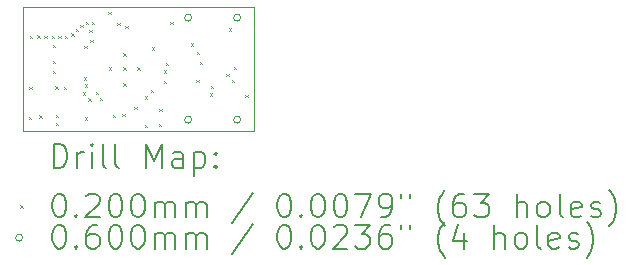
<source format=gbr>
%TF.GenerationSoftware,KiCad,Pcbnew,7.0.10*%
%TF.CreationDate,2024-07-12T16:17:27+02:00*%
%TF.ProjectId,MouthIO_v3,4d6f7574-6849-44f5-9f76-332e6b696361,rev?*%
%TF.SameCoordinates,Original*%
%TF.FileFunction,Drillmap*%
%TF.FilePolarity,Positive*%
%FSLAX45Y45*%
G04 Gerber Fmt 4.5, Leading zero omitted, Abs format (unit mm)*
G04 Created by KiCad (PCBNEW 7.0.10) date 2024-07-12 16:17:27*
%MOMM*%
%LPD*%
G01*
G04 APERTURE LIST*
%ADD10C,0.050000*%
%ADD11C,0.200000*%
%ADD12C,0.100000*%
G04 APERTURE END LIST*
D10*
X15750110Y-9975360D02*
X13792200Y-9975360D01*
X15750110Y-11025360D02*
X15750110Y-9975360D01*
X13792200Y-11025360D02*
X15750110Y-11025360D01*
X13792200Y-9975360D02*
X13792200Y-11025360D01*
D11*
D12*
X13843241Y-10906296D02*
X13863241Y-10926296D01*
X13863241Y-10906296D02*
X13843241Y-10926296D01*
X13845000Y-10652000D02*
X13865000Y-10672000D01*
X13865000Y-10652000D02*
X13845000Y-10672000D01*
X13850000Y-10220000D02*
X13870000Y-10240000D01*
X13870000Y-10220000D02*
X13850000Y-10240000D01*
X13913574Y-10219088D02*
X13933574Y-10239088D01*
X13933574Y-10219088D02*
X13913574Y-10239088D01*
X13931566Y-10896390D02*
X13951566Y-10916390D01*
X13951566Y-10896390D02*
X13931566Y-10916390D01*
X13973769Y-10221431D02*
X13993769Y-10241431D01*
X13993769Y-10221431D02*
X13973769Y-10241431D01*
X14034000Y-10220360D02*
X14054000Y-10240360D01*
X14054000Y-10220360D02*
X14034000Y-10240360D01*
X14044000Y-10299000D02*
X14064000Y-10319000D01*
X14064000Y-10299000D02*
X14044000Y-10319000D01*
X14045618Y-10518974D02*
X14065618Y-10538974D01*
X14065618Y-10518974D02*
X14045618Y-10538974D01*
X14046881Y-10436116D02*
X14066881Y-10456116D01*
X14066881Y-10436116D02*
X14046881Y-10456116D01*
X14065560Y-10650988D02*
X14085560Y-10670988D01*
X14085560Y-10650988D02*
X14065560Y-10670988D01*
X14067757Y-10960469D02*
X14087757Y-10980469D01*
X14087757Y-10960469D02*
X14067757Y-10980469D01*
X14069000Y-10890000D02*
X14089000Y-10910000D01*
X14089000Y-10890000D02*
X14069000Y-10910000D01*
X14092000Y-10220360D02*
X14112000Y-10240360D01*
X14112000Y-10220360D02*
X14092000Y-10240360D01*
X14136144Y-10651760D02*
X14156144Y-10671760D01*
X14156144Y-10651760D02*
X14136144Y-10671760D01*
X14148000Y-10220360D02*
X14168000Y-10240360D01*
X14168000Y-10220360D02*
X14148000Y-10240360D01*
X14202083Y-10201797D02*
X14222083Y-10221797D01*
X14222083Y-10201797D02*
X14202083Y-10221797D01*
X14239000Y-10166000D02*
X14259000Y-10186000D01*
X14259000Y-10166000D02*
X14239000Y-10186000D01*
X14277500Y-10127500D02*
X14297500Y-10147500D01*
X14297500Y-10127500D02*
X14277500Y-10147500D01*
X14296155Y-10700266D02*
X14316155Y-10720266D01*
X14316155Y-10700266D02*
X14296155Y-10720266D01*
X14305110Y-10575360D02*
X14325110Y-10595360D01*
X14325110Y-10575360D02*
X14305110Y-10595360D01*
X14311328Y-10309196D02*
X14331328Y-10329196D01*
X14331328Y-10309196D02*
X14311328Y-10329196D01*
X14313760Y-10912760D02*
X14333760Y-10932760D01*
X14333760Y-10912760D02*
X14313760Y-10932760D01*
X14315600Y-10632600D02*
X14335600Y-10652600D01*
X14335600Y-10632600D02*
X14315600Y-10652600D01*
X14324000Y-10102740D02*
X14344000Y-10122740D01*
X14344000Y-10102740D02*
X14324000Y-10122740D01*
X14344580Y-10751475D02*
X14364580Y-10771475D01*
X14364580Y-10751475D02*
X14344580Y-10771475D01*
X14354870Y-10173220D02*
X14374870Y-10193220D01*
X14374870Y-10173220D02*
X14354870Y-10193220D01*
X14360803Y-10259000D02*
X14380803Y-10279000D01*
X14380803Y-10259000D02*
X14360803Y-10279000D01*
X14376312Y-10102694D02*
X14396312Y-10122694D01*
X14396312Y-10102694D02*
X14376312Y-10122694D01*
X14410082Y-10694361D02*
X14430082Y-10714361D01*
X14430082Y-10694361D02*
X14410082Y-10714361D01*
X14442000Y-10747000D02*
X14462000Y-10767000D01*
X14462000Y-10747000D02*
X14442000Y-10767000D01*
X14515110Y-10020360D02*
X14535110Y-10040360D01*
X14535110Y-10020360D02*
X14515110Y-10040360D01*
X14520110Y-10490360D02*
X14540110Y-10510360D01*
X14540110Y-10490360D02*
X14520110Y-10510360D01*
X14554859Y-10892425D02*
X14574859Y-10912425D01*
X14574859Y-10892425D02*
X14554859Y-10912425D01*
X14589354Y-10110600D02*
X14609354Y-10130600D01*
X14609354Y-10110600D02*
X14589354Y-10130600D01*
X14632786Y-10884844D02*
X14652786Y-10904844D01*
X14652786Y-10884844D02*
X14632786Y-10904844D01*
X14640110Y-10370360D02*
X14660110Y-10390360D01*
X14660110Y-10370360D02*
X14640110Y-10390360D01*
X14640110Y-10490360D02*
X14660110Y-10510360D01*
X14660110Y-10490360D02*
X14640110Y-10510360D01*
X14640110Y-10624360D02*
X14660110Y-10644360D01*
X14660110Y-10624360D02*
X14640110Y-10644360D01*
X14659110Y-10135360D02*
X14679110Y-10155360D01*
X14679110Y-10135360D02*
X14659110Y-10155360D01*
X14733110Y-10822360D02*
X14753110Y-10842360D01*
X14753110Y-10822360D02*
X14733110Y-10842360D01*
X14760110Y-10490360D02*
X14780110Y-10510360D01*
X14780110Y-10490360D02*
X14760110Y-10510360D01*
X14823000Y-10977000D02*
X14843000Y-10997000D01*
X14843000Y-10977000D02*
X14823000Y-10997000D01*
X14825129Y-10735851D02*
X14845129Y-10755851D01*
X14845129Y-10735851D02*
X14825129Y-10755851D01*
X14873193Y-10680443D02*
X14893193Y-10700443D01*
X14893193Y-10680443D02*
X14873193Y-10700443D01*
X14882110Y-10319360D02*
X14902110Y-10339360D01*
X14902110Y-10319360D02*
X14882110Y-10339360D01*
X14942559Y-10965030D02*
X14962559Y-10985030D01*
X14962559Y-10965030D02*
X14942559Y-10985030D01*
X14945147Y-10840201D02*
X14965147Y-10860201D01*
X14965147Y-10840201D02*
X14945147Y-10860201D01*
X14982259Y-10603062D02*
X15002259Y-10623062D01*
X15002259Y-10603062D02*
X14982259Y-10623062D01*
X14985110Y-10515360D02*
X15005110Y-10535360D01*
X15005110Y-10515360D02*
X14985110Y-10535360D01*
X15000110Y-10450360D02*
X15020110Y-10470360D01*
X15020110Y-10450360D02*
X15000110Y-10470360D01*
X15040110Y-10106220D02*
X15060110Y-10126220D01*
X15060110Y-10106220D02*
X15040110Y-10126220D01*
X15213222Y-10287511D02*
X15233222Y-10307511D01*
X15233222Y-10287511D02*
X15213222Y-10307511D01*
X15259000Y-10597000D02*
X15279000Y-10617000D01*
X15279000Y-10597000D02*
X15259000Y-10617000D01*
X15261029Y-10360494D02*
X15281029Y-10380494D01*
X15281029Y-10360494D02*
X15261029Y-10380494D01*
X15288171Y-10442907D02*
X15308171Y-10462907D01*
X15308171Y-10442907D02*
X15288171Y-10462907D01*
X15373000Y-10710000D02*
X15393000Y-10730000D01*
X15393000Y-10710000D02*
X15373000Y-10730000D01*
X15383240Y-10645760D02*
X15403240Y-10665760D01*
X15403240Y-10645760D02*
X15383240Y-10665760D01*
X15514435Y-10545601D02*
X15534435Y-10565601D01*
X15534435Y-10545601D02*
X15514435Y-10565601D01*
X15536000Y-10160000D02*
X15556000Y-10180000D01*
X15556000Y-10160000D02*
X15536000Y-10180000D01*
X15561906Y-10597696D02*
X15581906Y-10617696D01*
X15581906Y-10597696D02*
X15561906Y-10617696D01*
X15574519Y-10483604D02*
X15594519Y-10503604D01*
X15594519Y-10483604D02*
X15574519Y-10503604D01*
X15674000Y-10720000D02*
X15694000Y-10740000D01*
X15694000Y-10720000D02*
X15674000Y-10740000D01*
X15220110Y-10068360D02*
G75*
G03*
X15160110Y-10068360I-30000J0D01*
G01*
X15160110Y-10068360D02*
G75*
G03*
X15220110Y-10068360I30000J0D01*
G01*
X15220110Y-10932360D02*
G75*
G03*
X15160110Y-10932360I-30000J0D01*
G01*
X15160110Y-10932360D02*
G75*
G03*
X15220110Y-10932360I30000J0D01*
G01*
X15635110Y-10068360D02*
G75*
G03*
X15575110Y-10068360I-30000J0D01*
G01*
X15575110Y-10068360D02*
G75*
G03*
X15635110Y-10068360I30000J0D01*
G01*
X15635110Y-10932360D02*
G75*
G03*
X15575110Y-10932360I-30000J0D01*
G01*
X15575110Y-10932360D02*
G75*
G03*
X15635110Y-10932360I30000J0D01*
G01*
D11*
X14050477Y-11339344D02*
X14050477Y-11139344D01*
X14050477Y-11139344D02*
X14098096Y-11139344D01*
X14098096Y-11139344D02*
X14126667Y-11148868D01*
X14126667Y-11148868D02*
X14145715Y-11167915D01*
X14145715Y-11167915D02*
X14155239Y-11186963D01*
X14155239Y-11186963D02*
X14164762Y-11225058D01*
X14164762Y-11225058D02*
X14164762Y-11253629D01*
X14164762Y-11253629D02*
X14155239Y-11291725D01*
X14155239Y-11291725D02*
X14145715Y-11310772D01*
X14145715Y-11310772D02*
X14126667Y-11329820D01*
X14126667Y-11329820D02*
X14098096Y-11339344D01*
X14098096Y-11339344D02*
X14050477Y-11339344D01*
X14250477Y-11339344D02*
X14250477Y-11206010D01*
X14250477Y-11244106D02*
X14260001Y-11225058D01*
X14260001Y-11225058D02*
X14269524Y-11215534D01*
X14269524Y-11215534D02*
X14288572Y-11206010D01*
X14288572Y-11206010D02*
X14307620Y-11206010D01*
X14374286Y-11339344D02*
X14374286Y-11206010D01*
X14374286Y-11139344D02*
X14364762Y-11148868D01*
X14364762Y-11148868D02*
X14374286Y-11158391D01*
X14374286Y-11158391D02*
X14383810Y-11148868D01*
X14383810Y-11148868D02*
X14374286Y-11139344D01*
X14374286Y-11139344D02*
X14374286Y-11158391D01*
X14498096Y-11339344D02*
X14479048Y-11329820D01*
X14479048Y-11329820D02*
X14469524Y-11310772D01*
X14469524Y-11310772D02*
X14469524Y-11139344D01*
X14602858Y-11339344D02*
X14583810Y-11329820D01*
X14583810Y-11329820D02*
X14574286Y-11310772D01*
X14574286Y-11310772D02*
X14574286Y-11139344D01*
X14831429Y-11339344D02*
X14831429Y-11139344D01*
X14831429Y-11139344D02*
X14898096Y-11282201D01*
X14898096Y-11282201D02*
X14964762Y-11139344D01*
X14964762Y-11139344D02*
X14964762Y-11339344D01*
X15145715Y-11339344D02*
X15145715Y-11234582D01*
X15145715Y-11234582D02*
X15136191Y-11215534D01*
X15136191Y-11215534D02*
X15117143Y-11206010D01*
X15117143Y-11206010D02*
X15079048Y-11206010D01*
X15079048Y-11206010D02*
X15060001Y-11215534D01*
X15145715Y-11329820D02*
X15126667Y-11339344D01*
X15126667Y-11339344D02*
X15079048Y-11339344D01*
X15079048Y-11339344D02*
X15060001Y-11329820D01*
X15060001Y-11329820D02*
X15050477Y-11310772D01*
X15050477Y-11310772D02*
X15050477Y-11291725D01*
X15050477Y-11291725D02*
X15060001Y-11272677D01*
X15060001Y-11272677D02*
X15079048Y-11263153D01*
X15079048Y-11263153D02*
X15126667Y-11263153D01*
X15126667Y-11263153D02*
X15145715Y-11253629D01*
X15240953Y-11206010D02*
X15240953Y-11406010D01*
X15240953Y-11215534D02*
X15260001Y-11206010D01*
X15260001Y-11206010D02*
X15298096Y-11206010D01*
X15298096Y-11206010D02*
X15317143Y-11215534D01*
X15317143Y-11215534D02*
X15326667Y-11225058D01*
X15326667Y-11225058D02*
X15336191Y-11244106D01*
X15336191Y-11244106D02*
X15336191Y-11301248D01*
X15336191Y-11301248D02*
X15326667Y-11320296D01*
X15326667Y-11320296D02*
X15317143Y-11329820D01*
X15317143Y-11329820D02*
X15298096Y-11339344D01*
X15298096Y-11339344D02*
X15260001Y-11339344D01*
X15260001Y-11339344D02*
X15240953Y-11329820D01*
X15421905Y-11320296D02*
X15431429Y-11329820D01*
X15431429Y-11329820D02*
X15421905Y-11339344D01*
X15421905Y-11339344D02*
X15412382Y-11329820D01*
X15412382Y-11329820D02*
X15421905Y-11320296D01*
X15421905Y-11320296D02*
X15421905Y-11339344D01*
X15421905Y-11215534D02*
X15431429Y-11225058D01*
X15431429Y-11225058D02*
X15421905Y-11234582D01*
X15421905Y-11234582D02*
X15412382Y-11225058D01*
X15412382Y-11225058D02*
X15421905Y-11215534D01*
X15421905Y-11215534D02*
X15421905Y-11234582D01*
D12*
X13769700Y-11657860D02*
X13789700Y-11677860D01*
X13789700Y-11657860D02*
X13769700Y-11677860D01*
D11*
X14088572Y-11559344D02*
X14107620Y-11559344D01*
X14107620Y-11559344D02*
X14126667Y-11568868D01*
X14126667Y-11568868D02*
X14136191Y-11578391D01*
X14136191Y-11578391D02*
X14145715Y-11597439D01*
X14145715Y-11597439D02*
X14155239Y-11635534D01*
X14155239Y-11635534D02*
X14155239Y-11683153D01*
X14155239Y-11683153D02*
X14145715Y-11721248D01*
X14145715Y-11721248D02*
X14136191Y-11740296D01*
X14136191Y-11740296D02*
X14126667Y-11749820D01*
X14126667Y-11749820D02*
X14107620Y-11759344D01*
X14107620Y-11759344D02*
X14088572Y-11759344D01*
X14088572Y-11759344D02*
X14069524Y-11749820D01*
X14069524Y-11749820D02*
X14060001Y-11740296D01*
X14060001Y-11740296D02*
X14050477Y-11721248D01*
X14050477Y-11721248D02*
X14040953Y-11683153D01*
X14040953Y-11683153D02*
X14040953Y-11635534D01*
X14040953Y-11635534D02*
X14050477Y-11597439D01*
X14050477Y-11597439D02*
X14060001Y-11578391D01*
X14060001Y-11578391D02*
X14069524Y-11568868D01*
X14069524Y-11568868D02*
X14088572Y-11559344D01*
X14240953Y-11740296D02*
X14250477Y-11749820D01*
X14250477Y-11749820D02*
X14240953Y-11759344D01*
X14240953Y-11759344D02*
X14231429Y-11749820D01*
X14231429Y-11749820D02*
X14240953Y-11740296D01*
X14240953Y-11740296D02*
X14240953Y-11759344D01*
X14326667Y-11578391D02*
X14336191Y-11568868D01*
X14336191Y-11568868D02*
X14355239Y-11559344D01*
X14355239Y-11559344D02*
X14402858Y-11559344D01*
X14402858Y-11559344D02*
X14421905Y-11568868D01*
X14421905Y-11568868D02*
X14431429Y-11578391D01*
X14431429Y-11578391D02*
X14440953Y-11597439D01*
X14440953Y-11597439D02*
X14440953Y-11616487D01*
X14440953Y-11616487D02*
X14431429Y-11645058D01*
X14431429Y-11645058D02*
X14317143Y-11759344D01*
X14317143Y-11759344D02*
X14440953Y-11759344D01*
X14564762Y-11559344D02*
X14583810Y-11559344D01*
X14583810Y-11559344D02*
X14602858Y-11568868D01*
X14602858Y-11568868D02*
X14612382Y-11578391D01*
X14612382Y-11578391D02*
X14621905Y-11597439D01*
X14621905Y-11597439D02*
X14631429Y-11635534D01*
X14631429Y-11635534D02*
X14631429Y-11683153D01*
X14631429Y-11683153D02*
X14621905Y-11721248D01*
X14621905Y-11721248D02*
X14612382Y-11740296D01*
X14612382Y-11740296D02*
X14602858Y-11749820D01*
X14602858Y-11749820D02*
X14583810Y-11759344D01*
X14583810Y-11759344D02*
X14564762Y-11759344D01*
X14564762Y-11759344D02*
X14545715Y-11749820D01*
X14545715Y-11749820D02*
X14536191Y-11740296D01*
X14536191Y-11740296D02*
X14526667Y-11721248D01*
X14526667Y-11721248D02*
X14517143Y-11683153D01*
X14517143Y-11683153D02*
X14517143Y-11635534D01*
X14517143Y-11635534D02*
X14526667Y-11597439D01*
X14526667Y-11597439D02*
X14536191Y-11578391D01*
X14536191Y-11578391D02*
X14545715Y-11568868D01*
X14545715Y-11568868D02*
X14564762Y-11559344D01*
X14755239Y-11559344D02*
X14774286Y-11559344D01*
X14774286Y-11559344D02*
X14793334Y-11568868D01*
X14793334Y-11568868D02*
X14802858Y-11578391D01*
X14802858Y-11578391D02*
X14812382Y-11597439D01*
X14812382Y-11597439D02*
X14821905Y-11635534D01*
X14821905Y-11635534D02*
X14821905Y-11683153D01*
X14821905Y-11683153D02*
X14812382Y-11721248D01*
X14812382Y-11721248D02*
X14802858Y-11740296D01*
X14802858Y-11740296D02*
X14793334Y-11749820D01*
X14793334Y-11749820D02*
X14774286Y-11759344D01*
X14774286Y-11759344D02*
X14755239Y-11759344D01*
X14755239Y-11759344D02*
X14736191Y-11749820D01*
X14736191Y-11749820D02*
X14726667Y-11740296D01*
X14726667Y-11740296D02*
X14717143Y-11721248D01*
X14717143Y-11721248D02*
X14707620Y-11683153D01*
X14707620Y-11683153D02*
X14707620Y-11635534D01*
X14707620Y-11635534D02*
X14717143Y-11597439D01*
X14717143Y-11597439D02*
X14726667Y-11578391D01*
X14726667Y-11578391D02*
X14736191Y-11568868D01*
X14736191Y-11568868D02*
X14755239Y-11559344D01*
X14907620Y-11759344D02*
X14907620Y-11626010D01*
X14907620Y-11645058D02*
X14917143Y-11635534D01*
X14917143Y-11635534D02*
X14936191Y-11626010D01*
X14936191Y-11626010D02*
X14964763Y-11626010D01*
X14964763Y-11626010D02*
X14983810Y-11635534D01*
X14983810Y-11635534D02*
X14993334Y-11654582D01*
X14993334Y-11654582D02*
X14993334Y-11759344D01*
X14993334Y-11654582D02*
X15002858Y-11635534D01*
X15002858Y-11635534D02*
X15021905Y-11626010D01*
X15021905Y-11626010D02*
X15050477Y-11626010D01*
X15050477Y-11626010D02*
X15069524Y-11635534D01*
X15069524Y-11635534D02*
X15079048Y-11654582D01*
X15079048Y-11654582D02*
X15079048Y-11759344D01*
X15174286Y-11759344D02*
X15174286Y-11626010D01*
X15174286Y-11645058D02*
X15183810Y-11635534D01*
X15183810Y-11635534D02*
X15202858Y-11626010D01*
X15202858Y-11626010D02*
X15231429Y-11626010D01*
X15231429Y-11626010D02*
X15250477Y-11635534D01*
X15250477Y-11635534D02*
X15260001Y-11654582D01*
X15260001Y-11654582D02*
X15260001Y-11759344D01*
X15260001Y-11654582D02*
X15269524Y-11635534D01*
X15269524Y-11635534D02*
X15288572Y-11626010D01*
X15288572Y-11626010D02*
X15317143Y-11626010D01*
X15317143Y-11626010D02*
X15336191Y-11635534D01*
X15336191Y-11635534D02*
X15345715Y-11654582D01*
X15345715Y-11654582D02*
X15345715Y-11759344D01*
X15736191Y-11549820D02*
X15564763Y-11806963D01*
X15993334Y-11559344D02*
X16012382Y-11559344D01*
X16012382Y-11559344D02*
X16031429Y-11568868D01*
X16031429Y-11568868D02*
X16040953Y-11578391D01*
X16040953Y-11578391D02*
X16050477Y-11597439D01*
X16050477Y-11597439D02*
X16060001Y-11635534D01*
X16060001Y-11635534D02*
X16060001Y-11683153D01*
X16060001Y-11683153D02*
X16050477Y-11721248D01*
X16050477Y-11721248D02*
X16040953Y-11740296D01*
X16040953Y-11740296D02*
X16031429Y-11749820D01*
X16031429Y-11749820D02*
X16012382Y-11759344D01*
X16012382Y-11759344D02*
X15993334Y-11759344D01*
X15993334Y-11759344D02*
X15974286Y-11749820D01*
X15974286Y-11749820D02*
X15964763Y-11740296D01*
X15964763Y-11740296D02*
X15955239Y-11721248D01*
X15955239Y-11721248D02*
X15945715Y-11683153D01*
X15945715Y-11683153D02*
X15945715Y-11635534D01*
X15945715Y-11635534D02*
X15955239Y-11597439D01*
X15955239Y-11597439D02*
X15964763Y-11578391D01*
X15964763Y-11578391D02*
X15974286Y-11568868D01*
X15974286Y-11568868D02*
X15993334Y-11559344D01*
X16145715Y-11740296D02*
X16155239Y-11749820D01*
X16155239Y-11749820D02*
X16145715Y-11759344D01*
X16145715Y-11759344D02*
X16136191Y-11749820D01*
X16136191Y-11749820D02*
X16145715Y-11740296D01*
X16145715Y-11740296D02*
X16145715Y-11759344D01*
X16279048Y-11559344D02*
X16298096Y-11559344D01*
X16298096Y-11559344D02*
X16317144Y-11568868D01*
X16317144Y-11568868D02*
X16326667Y-11578391D01*
X16326667Y-11578391D02*
X16336191Y-11597439D01*
X16336191Y-11597439D02*
X16345715Y-11635534D01*
X16345715Y-11635534D02*
X16345715Y-11683153D01*
X16345715Y-11683153D02*
X16336191Y-11721248D01*
X16336191Y-11721248D02*
X16326667Y-11740296D01*
X16326667Y-11740296D02*
X16317144Y-11749820D01*
X16317144Y-11749820D02*
X16298096Y-11759344D01*
X16298096Y-11759344D02*
X16279048Y-11759344D01*
X16279048Y-11759344D02*
X16260001Y-11749820D01*
X16260001Y-11749820D02*
X16250477Y-11740296D01*
X16250477Y-11740296D02*
X16240953Y-11721248D01*
X16240953Y-11721248D02*
X16231429Y-11683153D01*
X16231429Y-11683153D02*
X16231429Y-11635534D01*
X16231429Y-11635534D02*
X16240953Y-11597439D01*
X16240953Y-11597439D02*
X16250477Y-11578391D01*
X16250477Y-11578391D02*
X16260001Y-11568868D01*
X16260001Y-11568868D02*
X16279048Y-11559344D01*
X16469525Y-11559344D02*
X16488572Y-11559344D01*
X16488572Y-11559344D02*
X16507620Y-11568868D01*
X16507620Y-11568868D02*
X16517144Y-11578391D01*
X16517144Y-11578391D02*
X16526667Y-11597439D01*
X16526667Y-11597439D02*
X16536191Y-11635534D01*
X16536191Y-11635534D02*
X16536191Y-11683153D01*
X16536191Y-11683153D02*
X16526667Y-11721248D01*
X16526667Y-11721248D02*
X16517144Y-11740296D01*
X16517144Y-11740296D02*
X16507620Y-11749820D01*
X16507620Y-11749820D02*
X16488572Y-11759344D01*
X16488572Y-11759344D02*
X16469525Y-11759344D01*
X16469525Y-11759344D02*
X16450477Y-11749820D01*
X16450477Y-11749820D02*
X16440953Y-11740296D01*
X16440953Y-11740296D02*
X16431429Y-11721248D01*
X16431429Y-11721248D02*
X16421906Y-11683153D01*
X16421906Y-11683153D02*
X16421906Y-11635534D01*
X16421906Y-11635534D02*
X16431429Y-11597439D01*
X16431429Y-11597439D02*
X16440953Y-11578391D01*
X16440953Y-11578391D02*
X16450477Y-11568868D01*
X16450477Y-11568868D02*
X16469525Y-11559344D01*
X16602858Y-11559344D02*
X16736191Y-11559344D01*
X16736191Y-11559344D02*
X16650477Y-11759344D01*
X16821906Y-11759344D02*
X16860001Y-11759344D01*
X16860001Y-11759344D02*
X16879049Y-11749820D01*
X16879049Y-11749820D02*
X16888572Y-11740296D01*
X16888572Y-11740296D02*
X16907620Y-11711725D01*
X16907620Y-11711725D02*
X16917144Y-11673629D01*
X16917144Y-11673629D02*
X16917144Y-11597439D01*
X16917144Y-11597439D02*
X16907620Y-11578391D01*
X16907620Y-11578391D02*
X16898096Y-11568868D01*
X16898096Y-11568868D02*
X16879049Y-11559344D01*
X16879049Y-11559344D02*
X16840953Y-11559344D01*
X16840953Y-11559344D02*
X16821906Y-11568868D01*
X16821906Y-11568868D02*
X16812382Y-11578391D01*
X16812382Y-11578391D02*
X16802858Y-11597439D01*
X16802858Y-11597439D02*
X16802858Y-11645058D01*
X16802858Y-11645058D02*
X16812382Y-11664106D01*
X16812382Y-11664106D02*
X16821906Y-11673629D01*
X16821906Y-11673629D02*
X16840953Y-11683153D01*
X16840953Y-11683153D02*
X16879049Y-11683153D01*
X16879049Y-11683153D02*
X16898096Y-11673629D01*
X16898096Y-11673629D02*
X16907620Y-11664106D01*
X16907620Y-11664106D02*
X16917144Y-11645058D01*
X16993334Y-11559344D02*
X16993334Y-11597439D01*
X17069525Y-11559344D02*
X17069525Y-11597439D01*
X17364763Y-11835534D02*
X17355239Y-11826010D01*
X17355239Y-11826010D02*
X17336191Y-11797439D01*
X17336191Y-11797439D02*
X17326668Y-11778391D01*
X17326668Y-11778391D02*
X17317144Y-11749820D01*
X17317144Y-11749820D02*
X17307620Y-11702201D01*
X17307620Y-11702201D02*
X17307620Y-11664106D01*
X17307620Y-11664106D02*
X17317144Y-11616487D01*
X17317144Y-11616487D02*
X17326668Y-11587915D01*
X17326668Y-11587915D02*
X17336191Y-11568868D01*
X17336191Y-11568868D02*
X17355239Y-11540296D01*
X17355239Y-11540296D02*
X17364763Y-11530772D01*
X17526668Y-11559344D02*
X17488572Y-11559344D01*
X17488572Y-11559344D02*
X17469525Y-11568868D01*
X17469525Y-11568868D02*
X17460001Y-11578391D01*
X17460001Y-11578391D02*
X17440953Y-11606963D01*
X17440953Y-11606963D02*
X17431430Y-11645058D01*
X17431430Y-11645058D02*
X17431430Y-11721248D01*
X17431430Y-11721248D02*
X17440953Y-11740296D01*
X17440953Y-11740296D02*
X17450477Y-11749820D01*
X17450477Y-11749820D02*
X17469525Y-11759344D01*
X17469525Y-11759344D02*
X17507620Y-11759344D01*
X17507620Y-11759344D02*
X17526668Y-11749820D01*
X17526668Y-11749820D02*
X17536191Y-11740296D01*
X17536191Y-11740296D02*
X17545715Y-11721248D01*
X17545715Y-11721248D02*
X17545715Y-11673629D01*
X17545715Y-11673629D02*
X17536191Y-11654582D01*
X17536191Y-11654582D02*
X17526668Y-11645058D01*
X17526668Y-11645058D02*
X17507620Y-11635534D01*
X17507620Y-11635534D02*
X17469525Y-11635534D01*
X17469525Y-11635534D02*
X17450477Y-11645058D01*
X17450477Y-11645058D02*
X17440953Y-11654582D01*
X17440953Y-11654582D02*
X17431430Y-11673629D01*
X17612382Y-11559344D02*
X17736191Y-11559344D01*
X17736191Y-11559344D02*
X17669525Y-11635534D01*
X17669525Y-11635534D02*
X17698096Y-11635534D01*
X17698096Y-11635534D02*
X17717144Y-11645058D01*
X17717144Y-11645058D02*
X17726668Y-11654582D01*
X17726668Y-11654582D02*
X17736191Y-11673629D01*
X17736191Y-11673629D02*
X17736191Y-11721248D01*
X17736191Y-11721248D02*
X17726668Y-11740296D01*
X17726668Y-11740296D02*
X17717144Y-11749820D01*
X17717144Y-11749820D02*
X17698096Y-11759344D01*
X17698096Y-11759344D02*
X17640953Y-11759344D01*
X17640953Y-11759344D02*
X17621906Y-11749820D01*
X17621906Y-11749820D02*
X17612382Y-11740296D01*
X17974287Y-11759344D02*
X17974287Y-11559344D01*
X18060001Y-11759344D02*
X18060001Y-11654582D01*
X18060001Y-11654582D02*
X18050477Y-11635534D01*
X18050477Y-11635534D02*
X18031430Y-11626010D01*
X18031430Y-11626010D02*
X18002858Y-11626010D01*
X18002858Y-11626010D02*
X17983811Y-11635534D01*
X17983811Y-11635534D02*
X17974287Y-11645058D01*
X18183811Y-11759344D02*
X18164763Y-11749820D01*
X18164763Y-11749820D02*
X18155239Y-11740296D01*
X18155239Y-11740296D02*
X18145715Y-11721248D01*
X18145715Y-11721248D02*
X18145715Y-11664106D01*
X18145715Y-11664106D02*
X18155239Y-11645058D01*
X18155239Y-11645058D02*
X18164763Y-11635534D01*
X18164763Y-11635534D02*
X18183811Y-11626010D01*
X18183811Y-11626010D02*
X18212382Y-11626010D01*
X18212382Y-11626010D02*
X18231430Y-11635534D01*
X18231430Y-11635534D02*
X18240953Y-11645058D01*
X18240953Y-11645058D02*
X18250477Y-11664106D01*
X18250477Y-11664106D02*
X18250477Y-11721248D01*
X18250477Y-11721248D02*
X18240953Y-11740296D01*
X18240953Y-11740296D02*
X18231430Y-11749820D01*
X18231430Y-11749820D02*
X18212382Y-11759344D01*
X18212382Y-11759344D02*
X18183811Y-11759344D01*
X18364763Y-11759344D02*
X18345715Y-11749820D01*
X18345715Y-11749820D02*
X18336192Y-11730772D01*
X18336192Y-11730772D02*
X18336192Y-11559344D01*
X18517144Y-11749820D02*
X18498096Y-11759344D01*
X18498096Y-11759344D02*
X18460001Y-11759344D01*
X18460001Y-11759344D02*
X18440953Y-11749820D01*
X18440953Y-11749820D02*
X18431430Y-11730772D01*
X18431430Y-11730772D02*
X18431430Y-11654582D01*
X18431430Y-11654582D02*
X18440953Y-11635534D01*
X18440953Y-11635534D02*
X18460001Y-11626010D01*
X18460001Y-11626010D02*
X18498096Y-11626010D01*
X18498096Y-11626010D02*
X18517144Y-11635534D01*
X18517144Y-11635534D02*
X18526668Y-11654582D01*
X18526668Y-11654582D02*
X18526668Y-11673629D01*
X18526668Y-11673629D02*
X18431430Y-11692677D01*
X18602858Y-11749820D02*
X18621906Y-11759344D01*
X18621906Y-11759344D02*
X18660001Y-11759344D01*
X18660001Y-11759344D02*
X18679049Y-11749820D01*
X18679049Y-11749820D02*
X18688573Y-11730772D01*
X18688573Y-11730772D02*
X18688573Y-11721248D01*
X18688573Y-11721248D02*
X18679049Y-11702201D01*
X18679049Y-11702201D02*
X18660001Y-11692677D01*
X18660001Y-11692677D02*
X18631430Y-11692677D01*
X18631430Y-11692677D02*
X18612382Y-11683153D01*
X18612382Y-11683153D02*
X18602858Y-11664106D01*
X18602858Y-11664106D02*
X18602858Y-11654582D01*
X18602858Y-11654582D02*
X18612382Y-11635534D01*
X18612382Y-11635534D02*
X18631430Y-11626010D01*
X18631430Y-11626010D02*
X18660001Y-11626010D01*
X18660001Y-11626010D02*
X18679049Y-11635534D01*
X18755239Y-11835534D02*
X18764763Y-11826010D01*
X18764763Y-11826010D02*
X18783811Y-11797439D01*
X18783811Y-11797439D02*
X18793334Y-11778391D01*
X18793334Y-11778391D02*
X18802858Y-11749820D01*
X18802858Y-11749820D02*
X18812382Y-11702201D01*
X18812382Y-11702201D02*
X18812382Y-11664106D01*
X18812382Y-11664106D02*
X18802858Y-11616487D01*
X18802858Y-11616487D02*
X18793334Y-11587915D01*
X18793334Y-11587915D02*
X18783811Y-11568868D01*
X18783811Y-11568868D02*
X18764763Y-11540296D01*
X18764763Y-11540296D02*
X18755239Y-11530772D01*
D12*
X13789700Y-11931860D02*
G75*
G03*
X13729700Y-11931860I-30000J0D01*
G01*
X13729700Y-11931860D02*
G75*
G03*
X13789700Y-11931860I30000J0D01*
G01*
D11*
X14088572Y-11823344D02*
X14107620Y-11823344D01*
X14107620Y-11823344D02*
X14126667Y-11832868D01*
X14126667Y-11832868D02*
X14136191Y-11842391D01*
X14136191Y-11842391D02*
X14145715Y-11861439D01*
X14145715Y-11861439D02*
X14155239Y-11899534D01*
X14155239Y-11899534D02*
X14155239Y-11947153D01*
X14155239Y-11947153D02*
X14145715Y-11985248D01*
X14145715Y-11985248D02*
X14136191Y-12004296D01*
X14136191Y-12004296D02*
X14126667Y-12013820D01*
X14126667Y-12013820D02*
X14107620Y-12023344D01*
X14107620Y-12023344D02*
X14088572Y-12023344D01*
X14088572Y-12023344D02*
X14069524Y-12013820D01*
X14069524Y-12013820D02*
X14060001Y-12004296D01*
X14060001Y-12004296D02*
X14050477Y-11985248D01*
X14050477Y-11985248D02*
X14040953Y-11947153D01*
X14040953Y-11947153D02*
X14040953Y-11899534D01*
X14040953Y-11899534D02*
X14050477Y-11861439D01*
X14050477Y-11861439D02*
X14060001Y-11842391D01*
X14060001Y-11842391D02*
X14069524Y-11832868D01*
X14069524Y-11832868D02*
X14088572Y-11823344D01*
X14240953Y-12004296D02*
X14250477Y-12013820D01*
X14250477Y-12013820D02*
X14240953Y-12023344D01*
X14240953Y-12023344D02*
X14231429Y-12013820D01*
X14231429Y-12013820D02*
X14240953Y-12004296D01*
X14240953Y-12004296D02*
X14240953Y-12023344D01*
X14421905Y-11823344D02*
X14383810Y-11823344D01*
X14383810Y-11823344D02*
X14364762Y-11832868D01*
X14364762Y-11832868D02*
X14355239Y-11842391D01*
X14355239Y-11842391D02*
X14336191Y-11870963D01*
X14336191Y-11870963D02*
X14326667Y-11909058D01*
X14326667Y-11909058D02*
X14326667Y-11985248D01*
X14326667Y-11985248D02*
X14336191Y-12004296D01*
X14336191Y-12004296D02*
X14345715Y-12013820D01*
X14345715Y-12013820D02*
X14364762Y-12023344D01*
X14364762Y-12023344D02*
X14402858Y-12023344D01*
X14402858Y-12023344D02*
X14421905Y-12013820D01*
X14421905Y-12013820D02*
X14431429Y-12004296D01*
X14431429Y-12004296D02*
X14440953Y-11985248D01*
X14440953Y-11985248D02*
X14440953Y-11937629D01*
X14440953Y-11937629D02*
X14431429Y-11918582D01*
X14431429Y-11918582D02*
X14421905Y-11909058D01*
X14421905Y-11909058D02*
X14402858Y-11899534D01*
X14402858Y-11899534D02*
X14364762Y-11899534D01*
X14364762Y-11899534D02*
X14345715Y-11909058D01*
X14345715Y-11909058D02*
X14336191Y-11918582D01*
X14336191Y-11918582D02*
X14326667Y-11937629D01*
X14564762Y-11823344D02*
X14583810Y-11823344D01*
X14583810Y-11823344D02*
X14602858Y-11832868D01*
X14602858Y-11832868D02*
X14612382Y-11842391D01*
X14612382Y-11842391D02*
X14621905Y-11861439D01*
X14621905Y-11861439D02*
X14631429Y-11899534D01*
X14631429Y-11899534D02*
X14631429Y-11947153D01*
X14631429Y-11947153D02*
X14621905Y-11985248D01*
X14621905Y-11985248D02*
X14612382Y-12004296D01*
X14612382Y-12004296D02*
X14602858Y-12013820D01*
X14602858Y-12013820D02*
X14583810Y-12023344D01*
X14583810Y-12023344D02*
X14564762Y-12023344D01*
X14564762Y-12023344D02*
X14545715Y-12013820D01*
X14545715Y-12013820D02*
X14536191Y-12004296D01*
X14536191Y-12004296D02*
X14526667Y-11985248D01*
X14526667Y-11985248D02*
X14517143Y-11947153D01*
X14517143Y-11947153D02*
X14517143Y-11899534D01*
X14517143Y-11899534D02*
X14526667Y-11861439D01*
X14526667Y-11861439D02*
X14536191Y-11842391D01*
X14536191Y-11842391D02*
X14545715Y-11832868D01*
X14545715Y-11832868D02*
X14564762Y-11823344D01*
X14755239Y-11823344D02*
X14774286Y-11823344D01*
X14774286Y-11823344D02*
X14793334Y-11832868D01*
X14793334Y-11832868D02*
X14802858Y-11842391D01*
X14802858Y-11842391D02*
X14812382Y-11861439D01*
X14812382Y-11861439D02*
X14821905Y-11899534D01*
X14821905Y-11899534D02*
X14821905Y-11947153D01*
X14821905Y-11947153D02*
X14812382Y-11985248D01*
X14812382Y-11985248D02*
X14802858Y-12004296D01*
X14802858Y-12004296D02*
X14793334Y-12013820D01*
X14793334Y-12013820D02*
X14774286Y-12023344D01*
X14774286Y-12023344D02*
X14755239Y-12023344D01*
X14755239Y-12023344D02*
X14736191Y-12013820D01*
X14736191Y-12013820D02*
X14726667Y-12004296D01*
X14726667Y-12004296D02*
X14717143Y-11985248D01*
X14717143Y-11985248D02*
X14707620Y-11947153D01*
X14707620Y-11947153D02*
X14707620Y-11899534D01*
X14707620Y-11899534D02*
X14717143Y-11861439D01*
X14717143Y-11861439D02*
X14726667Y-11842391D01*
X14726667Y-11842391D02*
X14736191Y-11832868D01*
X14736191Y-11832868D02*
X14755239Y-11823344D01*
X14907620Y-12023344D02*
X14907620Y-11890010D01*
X14907620Y-11909058D02*
X14917143Y-11899534D01*
X14917143Y-11899534D02*
X14936191Y-11890010D01*
X14936191Y-11890010D02*
X14964763Y-11890010D01*
X14964763Y-11890010D02*
X14983810Y-11899534D01*
X14983810Y-11899534D02*
X14993334Y-11918582D01*
X14993334Y-11918582D02*
X14993334Y-12023344D01*
X14993334Y-11918582D02*
X15002858Y-11899534D01*
X15002858Y-11899534D02*
X15021905Y-11890010D01*
X15021905Y-11890010D02*
X15050477Y-11890010D01*
X15050477Y-11890010D02*
X15069524Y-11899534D01*
X15069524Y-11899534D02*
X15079048Y-11918582D01*
X15079048Y-11918582D02*
X15079048Y-12023344D01*
X15174286Y-12023344D02*
X15174286Y-11890010D01*
X15174286Y-11909058D02*
X15183810Y-11899534D01*
X15183810Y-11899534D02*
X15202858Y-11890010D01*
X15202858Y-11890010D02*
X15231429Y-11890010D01*
X15231429Y-11890010D02*
X15250477Y-11899534D01*
X15250477Y-11899534D02*
X15260001Y-11918582D01*
X15260001Y-11918582D02*
X15260001Y-12023344D01*
X15260001Y-11918582D02*
X15269524Y-11899534D01*
X15269524Y-11899534D02*
X15288572Y-11890010D01*
X15288572Y-11890010D02*
X15317143Y-11890010D01*
X15317143Y-11890010D02*
X15336191Y-11899534D01*
X15336191Y-11899534D02*
X15345715Y-11918582D01*
X15345715Y-11918582D02*
X15345715Y-12023344D01*
X15736191Y-11813820D02*
X15564763Y-12070963D01*
X15993334Y-11823344D02*
X16012382Y-11823344D01*
X16012382Y-11823344D02*
X16031429Y-11832868D01*
X16031429Y-11832868D02*
X16040953Y-11842391D01*
X16040953Y-11842391D02*
X16050477Y-11861439D01*
X16050477Y-11861439D02*
X16060001Y-11899534D01*
X16060001Y-11899534D02*
X16060001Y-11947153D01*
X16060001Y-11947153D02*
X16050477Y-11985248D01*
X16050477Y-11985248D02*
X16040953Y-12004296D01*
X16040953Y-12004296D02*
X16031429Y-12013820D01*
X16031429Y-12013820D02*
X16012382Y-12023344D01*
X16012382Y-12023344D02*
X15993334Y-12023344D01*
X15993334Y-12023344D02*
X15974286Y-12013820D01*
X15974286Y-12013820D02*
X15964763Y-12004296D01*
X15964763Y-12004296D02*
X15955239Y-11985248D01*
X15955239Y-11985248D02*
X15945715Y-11947153D01*
X15945715Y-11947153D02*
X15945715Y-11899534D01*
X15945715Y-11899534D02*
X15955239Y-11861439D01*
X15955239Y-11861439D02*
X15964763Y-11842391D01*
X15964763Y-11842391D02*
X15974286Y-11832868D01*
X15974286Y-11832868D02*
X15993334Y-11823344D01*
X16145715Y-12004296D02*
X16155239Y-12013820D01*
X16155239Y-12013820D02*
X16145715Y-12023344D01*
X16145715Y-12023344D02*
X16136191Y-12013820D01*
X16136191Y-12013820D02*
X16145715Y-12004296D01*
X16145715Y-12004296D02*
X16145715Y-12023344D01*
X16279048Y-11823344D02*
X16298096Y-11823344D01*
X16298096Y-11823344D02*
X16317144Y-11832868D01*
X16317144Y-11832868D02*
X16326667Y-11842391D01*
X16326667Y-11842391D02*
X16336191Y-11861439D01*
X16336191Y-11861439D02*
X16345715Y-11899534D01*
X16345715Y-11899534D02*
X16345715Y-11947153D01*
X16345715Y-11947153D02*
X16336191Y-11985248D01*
X16336191Y-11985248D02*
X16326667Y-12004296D01*
X16326667Y-12004296D02*
X16317144Y-12013820D01*
X16317144Y-12013820D02*
X16298096Y-12023344D01*
X16298096Y-12023344D02*
X16279048Y-12023344D01*
X16279048Y-12023344D02*
X16260001Y-12013820D01*
X16260001Y-12013820D02*
X16250477Y-12004296D01*
X16250477Y-12004296D02*
X16240953Y-11985248D01*
X16240953Y-11985248D02*
X16231429Y-11947153D01*
X16231429Y-11947153D02*
X16231429Y-11899534D01*
X16231429Y-11899534D02*
X16240953Y-11861439D01*
X16240953Y-11861439D02*
X16250477Y-11842391D01*
X16250477Y-11842391D02*
X16260001Y-11832868D01*
X16260001Y-11832868D02*
X16279048Y-11823344D01*
X16421906Y-11842391D02*
X16431429Y-11832868D01*
X16431429Y-11832868D02*
X16450477Y-11823344D01*
X16450477Y-11823344D02*
X16498096Y-11823344D01*
X16498096Y-11823344D02*
X16517144Y-11832868D01*
X16517144Y-11832868D02*
X16526667Y-11842391D01*
X16526667Y-11842391D02*
X16536191Y-11861439D01*
X16536191Y-11861439D02*
X16536191Y-11880487D01*
X16536191Y-11880487D02*
X16526667Y-11909058D01*
X16526667Y-11909058D02*
X16412382Y-12023344D01*
X16412382Y-12023344D02*
X16536191Y-12023344D01*
X16602858Y-11823344D02*
X16726667Y-11823344D01*
X16726667Y-11823344D02*
X16660001Y-11899534D01*
X16660001Y-11899534D02*
X16688572Y-11899534D01*
X16688572Y-11899534D02*
X16707620Y-11909058D01*
X16707620Y-11909058D02*
X16717144Y-11918582D01*
X16717144Y-11918582D02*
X16726667Y-11937629D01*
X16726667Y-11937629D02*
X16726667Y-11985248D01*
X16726667Y-11985248D02*
X16717144Y-12004296D01*
X16717144Y-12004296D02*
X16707620Y-12013820D01*
X16707620Y-12013820D02*
X16688572Y-12023344D01*
X16688572Y-12023344D02*
X16631429Y-12023344D01*
X16631429Y-12023344D02*
X16612382Y-12013820D01*
X16612382Y-12013820D02*
X16602858Y-12004296D01*
X16898096Y-11823344D02*
X16860001Y-11823344D01*
X16860001Y-11823344D02*
X16840953Y-11832868D01*
X16840953Y-11832868D02*
X16831429Y-11842391D01*
X16831429Y-11842391D02*
X16812382Y-11870963D01*
X16812382Y-11870963D02*
X16802858Y-11909058D01*
X16802858Y-11909058D02*
X16802858Y-11985248D01*
X16802858Y-11985248D02*
X16812382Y-12004296D01*
X16812382Y-12004296D02*
X16821906Y-12013820D01*
X16821906Y-12013820D02*
X16840953Y-12023344D01*
X16840953Y-12023344D02*
X16879049Y-12023344D01*
X16879049Y-12023344D02*
X16898096Y-12013820D01*
X16898096Y-12013820D02*
X16907620Y-12004296D01*
X16907620Y-12004296D02*
X16917144Y-11985248D01*
X16917144Y-11985248D02*
X16917144Y-11937629D01*
X16917144Y-11937629D02*
X16907620Y-11918582D01*
X16907620Y-11918582D02*
X16898096Y-11909058D01*
X16898096Y-11909058D02*
X16879049Y-11899534D01*
X16879049Y-11899534D02*
X16840953Y-11899534D01*
X16840953Y-11899534D02*
X16821906Y-11909058D01*
X16821906Y-11909058D02*
X16812382Y-11918582D01*
X16812382Y-11918582D02*
X16802858Y-11937629D01*
X16993334Y-11823344D02*
X16993334Y-11861439D01*
X17069525Y-11823344D02*
X17069525Y-11861439D01*
X17364763Y-12099534D02*
X17355239Y-12090010D01*
X17355239Y-12090010D02*
X17336191Y-12061439D01*
X17336191Y-12061439D02*
X17326668Y-12042391D01*
X17326668Y-12042391D02*
X17317144Y-12013820D01*
X17317144Y-12013820D02*
X17307620Y-11966201D01*
X17307620Y-11966201D02*
X17307620Y-11928106D01*
X17307620Y-11928106D02*
X17317144Y-11880487D01*
X17317144Y-11880487D02*
X17326668Y-11851915D01*
X17326668Y-11851915D02*
X17336191Y-11832868D01*
X17336191Y-11832868D02*
X17355239Y-11804296D01*
X17355239Y-11804296D02*
X17364763Y-11794772D01*
X17526668Y-11890010D02*
X17526668Y-12023344D01*
X17479049Y-11813820D02*
X17431430Y-11956677D01*
X17431430Y-11956677D02*
X17555239Y-11956677D01*
X17783811Y-12023344D02*
X17783811Y-11823344D01*
X17869525Y-12023344D02*
X17869525Y-11918582D01*
X17869525Y-11918582D02*
X17860001Y-11899534D01*
X17860001Y-11899534D02*
X17840953Y-11890010D01*
X17840953Y-11890010D02*
X17812382Y-11890010D01*
X17812382Y-11890010D02*
X17793334Y-11899534D01*
X17793334Y-11899534D02*
X17783811Y-11909058D01*
X17993334Y-12023344D02*
X17974287Y-12013820D01*
X17974287Y-12013820D02*
X17964763Y-12004296D01*
X17964763Y-12004296D02*
X17955239Y-11985248D01*
X17955239Y-11985248D02*
X17955239Y-11928106D01*
X17955239Y-11928106D02*
X17964763Y-11909058D01*
X17964763Y-11909058D02*
X17974287Y-11899534D01*
X17974287Y-11899534D02*
X17993334Y-11890010D01*
X17993334Y-11890010D02*
X18021906Y-11890010D01*
X18021906Y-11890010D02*
X18040953Y-11899534D01*
X18040953Y-11899534D02*
X18050477Y-11909058D01*
X18050477Y-11909058D02*
X18060001Y-11928106D01*
X18060001Y-11928106D02*
X18060001Y-11985248D01*
X18060001Y-11985248D02*
X18050477Y-12004296D01*
X18050477Y-12004296D02*
X18040953Y-12013820D01*
X18040953Y-12013820D02*
X18021906Y-12023344D01*
X18021906Y-12023344D02*
X17993334Y-12023344D01*
X18174287Y-12023344D02*
X18155239Y-12013820D01*
X18155239Y-12013820D02*
X18145715Y-11994772D01*
X18145715Y-11994772D02*
X18145715Y-11823344D01*
X18326668Y-12013820D02*
X18307620Y-12023344D01*
X18307620Y-12023344D02*
X18269525Y-12023344D01*
X18269525Y-12023344D02*
X18250477Y-12013820D01*
X18250477Y-12013820D02*
X18240953Y-11994772D01*
X18240953Y-11994772D02*
X18240953Y-11918582D01*
X18240953Y-11918582D02*
X18250477Y-11899534D01*
X18250477Y-11899534D02*
X18269525Y-11890010D01*
X18269525Y-11890010D02*
X18307620Y-11890010D01*
X18307620Y-11890010D02*
X18326668Y-11899534D01*
X18326668Y-11899534D02*
X18336192Y-11918582D01*
X18336192Y-11918582D02*
X18336192Y-11937629D01*
X18336192Y-11937629D02*
X18240953Y-11956677D01*
X18412382Y-12013820D02*
X18431430Y-12023344D01*
X18431430Y-12023344D02*
X18469525Y-12023344D01*
X18469525Y-12023344D02*
X18488573Y-12013820D01*
X18488573Y-12013820D02*
X18498096Y-11994772D01*
X18498096Y-11994772D02*
X18498096Y-11985248D01*
X18498096Y-11985248D02*
X18488573Y-11966201D01*
X18488573Y-11966201D02*
X18469525Y-11956677D01*
X18469525Y-11956677D02*
X18440953Y-11956677D01*
X18440953Y-11956677D02*
X18421906Y-11947153D01*
X18421906Y-11947153D02*
X18412382Y-11928106D01*
X18412382Y-11928106D02*
X18412382Y-11918582D01*
X18412382Y-11918582D02*
X18421906Y-11899534D01*
X18421906Y-11899534D02*
X18440953Y-11890010D01*
X18440953Y-11890010D02*
X18469525Y-11890010D01*
X18469525Y-11890010D02*
X18488573Y-11899534D01*
X18564763Y-12099534D02*
X18574287Y-12090010D01*
X18574287Y-12090010D02*
X18593334Y-12061439D01*
X18593334Y-12061439D02*
X18602858Y-12042391D01*
X18602858Y-12042391D02*
X18612382Y-12013820D01*
X18612382Y-12013820D02*
X18621906Y-11966201D01*
X18621906Y-11966201D02*
X18621906Y-11928106D01*
X18621906Y-11928106D02*
X18612382Y-11880487D01*
X18612382Y-11880487D02*
X18602858Y-11851915D01*
X18602858Y-11851915D02*
X18593334Y-11832868D01*
X18593334Y-11832868D02*
X18574287Y-11804296D01*
X18574287Y-11804296D02*
X18564763Y-11794772D01*
M02*

</source>
